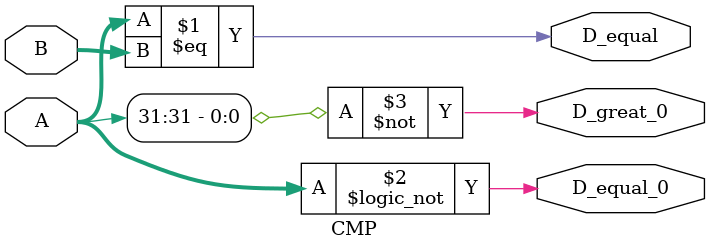
<source format=v>
`timescale 1ns / 1ps
module CMP(
	 input [31:0] A,
	 input [31:0] B,
	 output D_equal,
	 output D_equal_0,	// µÈÓÚ0
	 output D_great_0		// ´óÓÚ0¡£   äÆ, ÒÔÎªºóÁ½¸ö²»ÓÃ¼ÓµÄ, ½á¹ûp6»¹ÊÇÒª¼ÓµÄ, 555555555555
    );
	 assign D_equal = (A == B);
	 assign D_equal_0 = (A == 0);
	 assign D_great_0 = ~A[31];		// ÃîµÄÅ¶, Ö»ÓÃ¿´×î¸ßÎ»µÄÅ¶
endmodule

</source>
